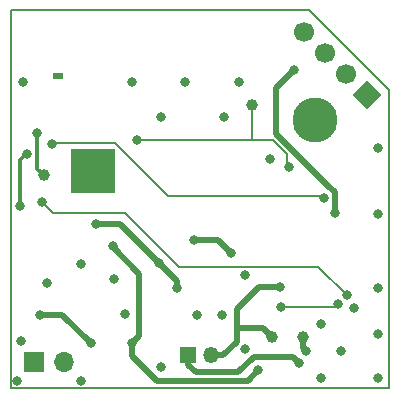
<source format=gbr>
G04 #@! TF.GenerationSoftware,KiCad,Pcbnew,7.0.2-6a45011f42~172~ubuntu22.04.1*
G04 #@! TF.CreationDate,2023-08-24T18:49:15+02:00*
G04 #@! TF.ProjectId,CH582,43483538-322e-46b6-9963-61645f706362,rev?*
G04 #@! TF.SameCoordinates,Original*
G04 #@! TF.FileFunction,Profile,NP*
%FSLAX46Y46*%
G04 Gerber Fmt 4.6, Leading zero omitted, Abs format (unit mm)*
G04 Created by KiCad (PCBNEW 7.0.2-6a45011f42~172~ubuntu22.04.1) date 2023-08-24 18:49:15*
%MOMM*%
%LPD*%
G01*
G04 APERTURE LIST*
G04 Aperture macros list*
%AMHorizOval*
0 Thick line with rounded ends*
0 $1 width*
0 $2 $3 position (X,Y) of the first rounded end (center of the circle)*
0 $4 $5 position (X,Y) of the second rounded end (center of the circle)*
0 Add line between two ends*
20,1,$1,$2,$3,$4,$5,0*
0 Add two circle primitives to create the rounded ends*
1,1,$1,$2,$3*
1,1,$1,$4,$5*%
%AMRotRect*
0 Rectangle, with rotation*
0 The origin of the aperture is its center*
0 $1 length*
0 $2 width*
0 $3 Rotation angle, in degrees counterclockwise*
0 Add horizontal line*
21,1,$1,$2,0,0,$3*%
G04 Aperture macros list end*
G04 #@! TA.AperFunction,Profile*
%ADD10C,0.200000*%
G04 #@! TD*
G04 #@! TA.AperFunction,SMDPad,CuDef*
%ADD11C,1.000000*%
G04 #@! TD*
G04 #@! TA.AperFunction,ConnectorPad*
%ADD12C,3.800000*%
G04 #@! TD*
G04 #@! TA.AperFunction,ComponentPad*
%ADD13C,2.600000*%
G04 #@! TD*
G04 #@! TA.AperFunction,ComponentPad*
%ADD14R,0.900000X0.500000*%
G04 #@! TD*
G04 #@! TA.AperFunction,ComponentPad*
%ADD15R,1.700000X1.700000*%
G04 #@! TD*
G04 #@! TA.AperFunction,ComponentPad*
%ADD16O,1.700000X1.700000*%
G04 #@! TD*
G04 #@! TA.AperFunction,ComponentPad*
%ADD17C,0.500000*%
G04 #@! TD*
G04 #@! TA.AperFunction,SMDPad,CuDef*
%ADD18R,3.700000X3.700000*%
G04 #@! TD*
G04 #@! TA.AperFunction,ComponentPad*
%ADD19R,1.350000X1.350000*%
G04 #@! TD*
G04 #@! TA.AperFunction,ComponentPad*
%ADD20O,1.350000X1.350000*%
G04 #@! TD*
G04 #@! TA.AperFunction,ComponentPad*
%ADD21RotRect,1.700000X1.700000X225.000000*%
G04 #@! TD*
G04 #@! TA.AperFunction,ComponentPad*
%ADD22HorizOval,1.700000X0.000000X0.000000X0.000000X0.000000X0*%
G04 #@! TD*
G04 #@! TA.AperFunction,ViaPad*
%ADD23C,0.800000*%
G04 #@! TD*
G04 #@! TA.AperFunction,Conductor*
%ADD24C,0.500000*%
G04 #@! TD*
G04 #@! TA.AperFunction,Conductor*
%ADD25C,0.170000*%
G04 #@! TD*
G04 #@! TA.AperFunction,Conductor*
%ADD26C,0.320000*%
G04 #@! TD*
%ADD27C,0.350000*%
%ADD28C,0.300000*%
%ADD29C,0.200000*%
G04 APERTURE END LIST*
D10*
X47000000Y-21750000D02*
X47000000Y-47000000D01*
X15000000Y-47000000D01*
X15000000Y-15000000D01*
X40250000Y-15000000D01*
X47000000Y-21750000D01*
D11*
X39751000Y-42672000D03*
D12*
X40767000Y-24257000D03*
D13*
X40767000Y-24257000D03*
D11*
X17780000Y-28956000D03*
X37084000Y-42672000D03*
X35433000Y-22987000D03*
D14*
X19000000Y-20550000D03*
D15*
X17000000Y-44800000D03*
D16*
X19540000Y-44800000D03*
D17*
X23605482Y-26987800D03*
X22538815Y-26987800D03*
X21472149Y-26987800D03*
X20405482Y-26987800D03*
X23605482Y-28054467D03*
X22538815Y-28054467D03*
X21472149Y-28054467D03*
X20405482Y-28054467D03*
D18*
X22005482Y-28587800D03*
D17*
X23605482Y-29121133D03*
X22538815Y-29121133D03*
X21472149Y-29121133D03*
X20405482Y-29121133D03*
X23605482Y-30187800D03*
X22538815Y-30187800D03*
X21472149Y-30187800D03*
X20405482Y-30187800D03*
D19*
X30000000Y-44200000D03*
D20*
X32000000Y-44200000D03*
D21*
X45200000Y-22200000D03*
D22*
X43403949Y-20403949D03*
X41607898Y-18607898D03*
X39811846Y-16811846D03*
D23*
X27590750Y-36417250D03*
X17222200Y-25377800D03*
X40005000Y-43815000D03*
X15494000Y-46355000D03*
X33020000Y-24003000D03*
X46101000Y-32258000D03*
X46101000Y-26670000D03*
X23749000Y-37719000D03*
X20955000Y-36449000D03*
X20955000Y-46355000D03*
X34798000Y-43688000D03*
X39370000Y-44831000D03*
X41275000Y-46101000D03*
X46101000Y-38481000D03*
X46101000Y-42418000D03*
X46101000Y-46101000D03*
X16002000Y-21082000D03*
X34290000Y-21082000D03*
X29718000Y-21082000D03*
X27686000Y-24003000D03*
X41550500Y-30929361D03*
X32893000Y-40767000D03*
X29083000Y-38481000D03*
X22225000Y-33050500D03*
X30734000Y-40767000D03*
X24683071Y-40696081D03*
X18034000Y-38100000D03*
X30480000Y-34433500D03*
X33655000Y-35560000D03*
X37846000Y-40132000D03*
X42672000Y-39878000D03*
X25273000Y-21082000D03*
X17517709Y-40754353D03*
X21800000Y-43200000D03*
X35941000Y-45466000D03*
X42418000Y-32131000D03*
X37800000Y-38400000D03*
X34800000Y-37400000D03*
X25654000Y-25982961D03*
X38578812Y-28223188D03*
X36957000Y-27559000D03*
X18496356Y-26289000D03*
X15800000Y-31600000D03*
X16357798Y-27134299D03*
X27698000Y-45200000D03*
X44049500Y-40200000D03*
X43000000Y-43800000D03*
X43434000Y-39116000D03*
X41275000Y-41529000D03*
X15875000Y-43000000D03*
X23622000Y-34925000D03*
X25273000Y-43170500D03*
X39014266Y-20014266D03*
X17653000Y-31200000D03*
D24*
X27590750Y-36417250D02*
X29083000Y-37909500D01*
X22225000Y-33050500D02*
X24224000Y-33050500D01*
X24224000Y-33050500D02*
X27590750Y-36417250D01*
X29083000Y-37909500D02*
X29083000Y-38481000D01*
D25*
X25654000Y-25982961D02*
X25671039Y-26000000D01*
X25671039Y-26000000D02*
X35433000Y-26000000D01*
D24*
X39014266Y-20014266D02*
X39014266Y-20040734D01*
X37465000Y-25508396D02*
X41840604Y-29884000D01*
X39014266Y-20040734D02*
X37465000Y-21590000D01*
X37465000Y-21590000D02*
X37465000Y-25508396D01*
X41840604Y-29884000D02*
X41881082Y-29884000D01*
X41881082Y-29884000D02*
X42418000Y-30420918D01*
X42418000Y-30420918D02*
X42418000Y-32131000D01*
D25*
X41550500Y-30929361D02*
X41355139Y-30734000D01*
X41355139Y-30734000D02*
X28351682Y-30734000D01*
X28351682Y-30734000D02*
X23817682Y-26200000D01*
X23817682Y-26200000D02*
X18585356Y-26200000D01*
X18585356Y-26200000D02*
X18496356Y-26289000D01*
D24*
X23622000Y-34925000D02*
X23622000Y-35052000D01*
X23622000Y-35052000D02*
X25894550Y-37324550D01*
X25894550Y-42548950D02*
X25273000Y-43170500D01*
X25894550Y-37324550D02*
X25894550Y-42548950D01*
D25*
X38399766Y-28044142D02*
X38399766Y-27213500D01*
X37200000Y-26000000D02*
X35433000Y-26000000D01*
X38364266Y-27178000D02*
X38364266Y-27164266D01*
X38578812Y-28223188D02*
X38399766Y-28044142D01*
X38364266Y-27164266D02*
X37200000Y-26000000D01*
X38399766Y-27213500D02*
X38364266Y-27178000D01*
D24*
X35941000Y-45466000D02*
X35052000Y-46355000D01*
X35052000Y-46355000D02*
X27355000Y-46355000D01*
X27355000Y-46355000D02*
X25273000Y-44273000D01*
X25273000Y-44273000D02*
X25273000Y-43170500D01*
D25*
X35433000Y-26000000D02*
X35433000Y-22987000D01*
X43434000Y-39116000D02*
X41021000Y-36703000D01*
X24680000Y-32131000D02*
X18584000Y-32131000D01*
X41021000Y-36703000D02*
X29252000Y-36703000D01*
X29252000Y-36703000D02*
X24680000Y-32131000D01*
X18584000Y-32131000D02*
X17653000Y-31200000D01*
D26*
X17222200Y-25377800D02*
X17222200Y-28398200D01*
X17222200Y-28398200D02*
X17780000Y-28956000D01*
X16357798Y-27134299D02*
X16299701Y-27134299D01*
X16299701Y-27134299D02*
X15800000Y-27634000D01*
X15800000Y-27634000D02*
X15800000Y-31600000D01*
D24*
X40005000Y-43815000D02*
X39751000Y-43561000D01*
X39751000Y-43561000D02*
X39751000Y-42672000D01*
X34124000Y-41910000D02*
X34124000Y-40302345D01*
X34124000Y-43092000D02*
X34124000Y-41910000D01*
X34124000Y-41910000D02*
X36322000Y-41910000D01*
X36322000Y-41910000D02*
X37084000Y-42672000D01*
X32000000Y-44200000D02*
X33016000Y-44200000D01*
X33016000Y-44200000D02*
X34124000Y-43092000D01*
X37797828Y-38402172D02*
X37800000Y-38400000D01*
X34124000Y-40302345D02*
X36024173Y-38402172D01*
X36024173Y-38402172D02*
X37797828Y-38402172D01*
X17517709Y-40754353D02*
X19354353Y-40754353D01*
X19354353Y-40754353D02*
X21800000Y-43200000D01*
D25*
X42672000Y-39878000D02*
X42418000Y-40132000D01*
D24*
X30000000Y-44200000D02*
X30000000Y-44986000D01*
X30000000Y-44986000D02*
X30669000Y-45655000D01*
X30669000Y-45655000D02*
X34267918Y-45655000D01*
X34267918Y-45655000D02*
X35599918Y-44323000D01*
X35599918Y-44323000D02*
X38862000Y-44323000D01*
X38862000Y-44323000D02*
X39370000Y-44831000D01*
X32528500Y-34433500D02*
X30480000Y-34433500D01*
X33655000Y-35560000D02*
X32528500Y-34433500D01*
D25*
X37846000Y-40132000D02*
X42418000Y-40132000D01*
D27*
X27590750Y-36417250D03*
X17222200Y-25377800D03*
X40005000Y-43815000D03*
X15494000Y-46355000D03*
X33020000Y-24003000D03*
X46101000Y-32258000D03*
X46101000Y-26670000D03*
X23749000Y-37719000D03*
X20955000Y-36449000D03*
X20955000Y-46355000D03*
X34798000Y-43688000D03*
X39370000Y-44831000D03*
X41275000Y-46101000D03*
X46101000Y-38481000D03*
X46101000Y-42418000D03*
X46101000Y-46101000D03*
X16002000Y-21082000D03*
X34290000Y-21082000D03*
X29718000Y-21082000D03*
X27686000Y-24003000D03*
X41550500Y-30929361D03*
X32893000Y-40767000D03*
X29083000Y-38481000D03*
X22225000Y-33050500D03*
X30734000Y-40767000D03*
X24683071Y-40696081D03*
X18034000Y-38100000D03*
X30480000Y-34433500D03*
X33655000Y-35560000D03*
X37846000Y-40132000D03*
X42672000Y-39878000D03*
X25273000Y-21082000D03*
X17517709Y-40754353D03*
X21800000Y-43200000D03*
X35941000Y-45466000D03*
X42418000Y-32131000D03*
X37800000Y-38400000D03*
X34800000Y-37400000D03*
X25654000Y-25982961D03*
X38578812Y-28223188D03*
X36957000Y-27559000D03*
X18496356Y-26289000D03*
X15800000Y-31600000D03*
X16357798Y-27134299D03*
X27698000Y-45200000D03*
X44049500Y-40200000D03*
X43000000Y-43800000D03*
X43434000Y-39116000D03*
X41275000Y-41529000D03*
X15875000Y-43000000D03*
X23622000Y-34925000D03*
X25273000Y-43170500D03*
X39014266Y-20014266D03*
X17653000Y-31200000D03*
X40767000Y-24257000D03*
D28*
X19000000Y-20550000D03*
D27*
X17000000Y-44800000D03*
X19540000Y-44800000D03*
D29*
X23605482Y-26987800D03*
X22538815Y-26987800D03*
X21472149Y-26987800D03*
X20405482Y-26987800D03*
X23605482Y-28054467D03*
X22538815Y-28054467D03*
X21472149Y-28054467D03*
X20405482Y-28054467D03*
X23605482Y-29121133D03*
X22538815Y-29121133D03*
X21472149Y-29121133D03*
X20405482Y-29121133D03*
X23605482Y-30187800D03*
X22538815Y-30187800D03*
X21472149Y-30187800D03*
X20405482Y-30187800D03*
D27*
X30000000Y-44200000D03*
X32000000Y-44200000D03*
X45200000Y-22200000D03*
X43403949Y-20403949D03*
X41607898Y-18607898D03*
X39811846Y-16811846D03*
M02*

</source>
